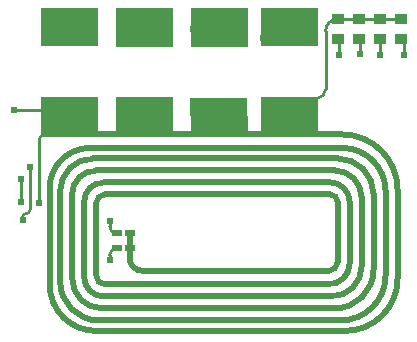
<source format=gtl>
G04 Layer: TopLayer*
G04 EasyEDA v6.5.46, 2024-08-14 00:49:08*
G04 dde63f3f8315456bab8066d9accbbf49,2068458b4593477ca407b24a564fb9b8,10*
G04 Gerber Generator version 0.2*
G04 Scale: 100 percent, Rotated: No, Reflected: No *
G04 Dimensions in millimeters *
G04 leading zeros omitted , absolute positions ,4 integer and 5 decimal *
%FSLAX45Y45*%
%MOMM*%

%AMMACRO1*21,1,$1,$2,0,0,$3*%
%ADD10C,0.2540*%
%ADD11C,0.5000*%
%ADD12MACRO1,0.54X0.7901X-90.0000*%
%ADD13R,1.0000X0.8999*%
%ADD14R,4.0000X1.0000*%
%ADD15C,0.6200*%

%LPD*%
G36*
X3022600Y3111500D02*
G01*
X3023108Y2792069D01*
X3505708Y2792069D01*
X3505200Y3111500D01*
G37*
G36*
X2425700Y3111500D02*
G01*
X2425700Y2781300D01*
X2908300Y2781300D01*
X2908300Y3111500D01*
G37*
G36*
X3023108Y2360269D02*
G01*
X3022600Y2044700D01*
X3505200Y2044700D01*
X3505708Y2360269D01*
G37*
G36*
X2424226Y2354681D02*
G01*
X2425700Y2044700D01*
X2908300Y2044700D01*
X2906826Y2354681D01*
G37*
G36*
X1790700Y2362200D02*
G01*
X1790700Y2044700D01*
X2273300Y2044700D01*
X2273300Y2362200D01*
G37*
G36*
X1790700Y3111500D02*
G01*
X1790700Y2787650D01*
X2273300Y2787650D01*
X2273300Y3111500D01*
G37*
G36*
X1155700Y2362200D02*
G01*
X1155700Y2044700D01*
X1638300Y2044700D01*
X1638300Y2362200D01*
G37*
G36*
X1155700Y3111500D02*
G01*
X1155700Y2794000D01*
X1638300Y2794000D01*
X1638300Y3111500D01*
G37*
D10*
X1143000Y1460500D02*
G01*
X1143000Y1993900D01*
X3568700Y2921000D02*
G01*
X3568700Y2425700D01*
X3670300Y3018688D02*
G01*
X3666388Y3018688D01*
X3683000Y2717800D02*
G01*
X3683000Y2835986D01*
X3860220Y2721358D02*
G01*
X3860220Y2836565D01*
X1066800Y1409700D02*
G01*
X1066800Y1765300D01*
X1003300Y1320800D02*
G01*
X1003300Y1346200D01*
X990600Y1473200D02*
G01*
X990600Y1663700D01*
X4229100Y2717800D02*
G01*
X4229100Y2823286D01*
X4025900Y2717800D02*
G01*
X4025900Y2848686D01*
X3670300Y3018688D02*
G01*
X4203700Y3018688D01*
X1739900Y1019708D02*
G01*
X1739900Y977900D01*
X1739900Y1266291D02*
G01*
X1739900Y1308100D01*
D11*
X1908708Y1206500D02*
G01*
X1908708Y1079500D01*
X1908708Y999591D02*
G01*
X1908708Y1079500D01*
X3708400Y2044700D02*
G01*
X1181100Y2044700D01*
X4178300Y825500D02*
G01*
X4178300Y1574800D01*
X1231900Y1587500D02*
G01*
X1231900Y774700D01*
X1320800Y1562100D02*
G01*
X1320800Y800100D01*
X3670300Y1841500D02*
G01*
X1600200Y1841500D01*
X3975100Y901700D02*
G01*
X3975100Y1536700D01*
X1676400Y571500D02*
G01*
X3644900Y571500D01*
X1422400Y1536700D02*
G01*
X1422400Y825500D01*
X3644900Y1739900D02*
G01*
X1625600Y1739900D01*
X3873500Y927100D02*
G01*
X3873500Y1511300D01*
X1689100Y673100D02*
G01*
X3619500Y673100D01*
X1524000Y1473200D02*
G01*
X1524000Y838200D01*
X3606800Y1638300D02*
G01*
X1689100Y1638300D01*
X1701800Y774700D02*
G01*
X3594100Y774700D01*
X1625600Y1460500D02*
G01*
X1625600Y850900D01*
X1727200Y1536700D02*
G01*
X1701800Y1536700D01*
X3606800Y1536700D02*
G01*
X1727200Y1536700D01*
X3670300Y1460500D02*
G01*
X3670300Y1473200D01*
X3670300Y977900D02*
G01*
X3670300Y1460500D01*
X3670300Y965200D02*
G01*
X3670300Y977900D01*
X3708400Y1930400D02*
G01*
X1709165Y1930400D01*
X1574800Y1930400D01*
X1625600Y381000D02*
G01*
X3733800Y381000D01*
X3771900Y952500D02*
G01*
X3771900Y1473200D01*
X4076700Y850900D02*
G01*
X4076700Y1153668D01*
X4076700Y1562100D01*
X2019300Y889000D02*
G01*
X2374391Y889000D01*
X3594100Y889000D01*
D10*
X927100Y2250998D02*
G01*
X1168400Y2250998D01*
X1168400Y2247900D01*
D11*
X1651000Y469900D02*
G01*
X3695700Y469900D01*
D12*
G01*
X1799694Y1206500D03*
G01*
X1908705Y1206500D03*
D13*
G01*
X3670300Y3018688D03*
G01*
X3670300Y2848686D03*
G01*
X3848100Y3018688D03*
G01*
X3848100Y2848686D03*
G01*
X4025900Y3018688D03*
G01*
X4025900Y2848686D03*
G01*
X4203700Y3018688D03*
G01*
X4203700Y2848686D03*
D14*
G01*
X3263900Y2875406D03*
G01*
X3263900Y2255393D03*
G01*
X2654300Y2875406D03*
G01*
X2654300Y2255393D03*
G01*
X2032000Y2888106D03*
G01*
X2032000Y2268093D03*
G01*
X1397000Y2900806D03*
G01*
X1397000Y2280793D03*
D12*
G01*
X1799694Y1079500D03*
G01*
X1908705Y1079500D03*
D11*
G75*
G01*
X3733800Y381000D02*
G03*
X4178300Y825500I0J444500D01*
D10*
G75*
G01*
X1143000Y1993900D02*
G02*
X1193800Y2044700I50800J0D01*
G75*
G01*
X3568700Y2425700D02*
G02*
X3492500Y2349500I-76200J0D01*
G75*
G01*
X3666388Y3018688D02*
G03*
X3568700Y2921000I0J-97688D01*
G75*
G01*
X3683000Y2835986D02*
G03*
X3670300Y2848686I-12700J0D01*
G75*
G01*
X3860221Y2836565D02*
G03*
X3848100Y2848686I-12121J0D01*
G75*
G01*
X1028700Y1371600D02*
G03*
X1066800Y1409700I0J38100D01*
G75*
G01*
X1003300Y1346200D02*
G02*
X1028700Y1371600I25400J0D01*
G75*
G01*
X4229100Y2823286D02*
G03*
X4203700Y2848686I-25400J0D01*
G75*
G01*
X1799692Y1079500D02*
G03*
X1739900Y1019708I0J-59792D01*
G75*
G01*
X1799692Y1206500D02*
G02*
X1739900Y1266292I0J59792D01*
D11*
G75*
G01*
X2019300Y889000D02*
G02*
X1908708Y999592I0J110592D01*
G75*
G01*
X4076700Y1562100D02*
G03*
X3708400Y1930400I-368300J0D01*
G75*
G01*
X4178300Y1574800D02*
G03*
X3708400Y2044700I-469900J0D01*
G75*
G01*
X1574800Y1930400D02*
G03*
X1231900Y1587500I0J-342900D01*
G75*
G01*
X1231900Y774700D02*
G03*
X1625600Y381000I393700J0D01*
G75*
G01*
X3695700Y469900D02*
G03*
X4076700Y850900I0J381000D01*
G75*
G01*
X1320800Y800100D02*
G03*
X1651000Y469900I330200J0D01*
G75*
G01*
X1600200Y1841500D02*
G03*
X1320800Y1562100I0J-279400D01*
G75*
G01*
X3975100Y1536700D02*
G03*
X3670300Y1841500I-304800J0D01*
G75*
G01*
X3644900Y571500D02*
G03*
X3975100Y901700I0J330200D01*
G75*
G01*
X1422400Y825500D02*
G03*
X1676400Y571500I254000J0D01*
G75*
G01*
X1625600Y1739900D02*
G03*
X1422400Y1536700I0J-203200D01*
G75*
G01*
X3873500Y1511300D02*
G03*
X3644900Y1739900I-228600J0D01*
G75*
G01*
X3619500Y673100D02*
G03*
X3873500Y927100I0J254000D01*
G75*
G01*
X1524000Y838200D02*
G03*
X1689100Y673100I165100J0D01*
G75*
G01*
X1689100Y1638300D02*
G03*
X1524000Y1473200I0J-165100D01*
G75*
G01*
X3771900Y1473200D02*
G03*
X3606800Y1638300I-165100J0D01*
G75*
G01*
X3594100Y774700D02*
G03*
X3771900Y952500I0J177800D01*
G75*
G01*
X1625600Y850900D02*
G03*
X1701800Y774700I76200J0D01*
G75*
G01*
X1701800Y1536700D02*
G03*
X1625600Y1460500I0J-76200D01*
G75*
G01*
X3670300Y1473200D02*
G03*
X3606800Y1536700I-63500J0D01*
G75*
G01*
X3594100Y889000D02*
G03*
X3670300Y965200I0J76200D01*
D15*
G01*
X1739900Y1308100D03*
G01*
X1739900Y977900D03*
G01*
X1181100Y3073400D03*
G01*
X1816100Y3009900D03*
G01*
X4229100Y2717800D03*
G01*
X4025900Y2717800D03*
G01*
X990600Y1473200D03*
G01*
X1003300Y1320800D03*
G01*
X1143000Y1460500D03*
G01*
X990600Y1663700D03*
G01*
X1066800Y1765300D03*
G01*
X2442514Y2933700D03*
G01*
X3860215Y2721355D03*
G01*
X3035300Y2857500D03*
G01*
X3683000Y2717800D03*
G01*
X927100Y2250998D03*
M02*

</source>
